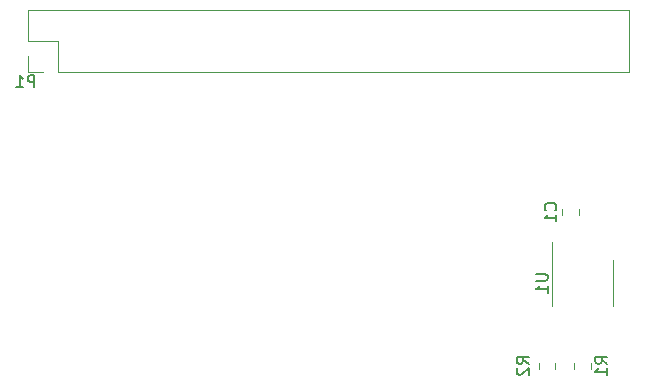
<source format=gbo>
G04 #@! TF.GenerationSoftware,KiCad,Pcbnew,(5.1.5)-3*
G04 #@! TF.CreationDate,2020-05-03T14:34:21+02:00*
G04 #@! TF.ProjectId,base_hat,62617365-5f68-4617-942e-6b696361645f,rev?*
G04 #@! TF.SameCoordinates,Original*
G04 #@! TF.FileFunction,Legend,Bot*
G04 #@! TF.FilePolarity,Positive*
%FSLAX46Y46*%
G04 Gerber Fmt 4.6, Leading zero omitted, Abs format (unit mm)*
G04 Created by KiCad (PCBNEW (5.1.5)-3) date 2020-05-03 14:34:21*
%MOMM*%
%LPD*%
G04 APERTURE LIST*
%ADD10C,0.120000*%
%ADD11C,0.150000*%
G04 APERTURE END LIST*
D10*
X251440000Y-118000000D02*
X251440000Y-114550000D01*
X251440000Y-118000000D02*
X251440000Y-119950000D01*
X256560000Y-118000000D02*
X256560000Y-116050000D01*
X256560000Y-118000000D02*
X256560000Y-119950000D01*
X250290000Y-125321078D02*
X250290000Y-124803922D01*
X251710000Y-125321078D02*
X251710000Y-124803922D01*
X253290000Y-125258578D02*
X253290000Y-124741422D01*
X254710000Y-125258578D02*
X254710000Y-124741422D01*
X253710000Y-111741422D02*
X253710000Y-112258578D01*
X252290000Y-111741422D02*
X252290000Y-112258578D01*
X207040000Y-94900000D02*
X207040000Y-97500000D01*
X207040000Y-94900000D02*
X257960000Y-94900000D01*
X257960000Y-94900000D02*
X257960000Y-100100000D01*
X209640000Y-100100000D02*
X257960000Y-100100000D01*
X209640000Y-97500000D02*
X209640000Y-100100000D01*
X207040000Y-97500000D02*
X209640000Y-97500000D01*
X207040000Y-100100000D02*
X208370000Y-100100000D01*
X207040000Y-98770000D02*
X207040000Y-100100000D01*
D11*
X250052380Y-117238095D02*
X250861904Y-117238095D01*
X250957142Y-117285714D01*
X251004761Y-117333333D01*
X251052380Y-117428571D01*
X251052380Y-117619047D01*
X251004761Y-117714285D01*
X250957142Y-117761904D01*
X250861904Y-117809523D01*
X250052380Y-117809523D01*
X251052380Y-118809523D02*
X251052380Y-118238095D01*
X251052380Y-118523809D02*
X250052380Y-118523809D01*
X250195238Y-118428571D01*
X250290476Y-118333333D01*
X250338095Y-118238095D01*
X249452380Y-124833333D02*
X248976190Y-124500000D01*
X249452380Y-124261904D02*
X248452380Y-124261904D01*
X248452380Y-124642857D01*
X248500000Y-124738095D01*
X248547619Y-124785714D01*
X248642857Y-124833333D01*
X248785714Y-124833333D01*
X248880952Y-124785714D01*
X248928571Y-124738095D01*
X248976190Y-124642857D01*
X248976190Y-124261904D01*
X248547619Y-125214285D02*
X248500000Y-125261904D01*
X248452380Y-125357142D01*
X248452380Y-125595238D01*
X248500000Y-125690476D01*
X248547619Y-125738095D01*
X248642857Y-125785714D01*
X248738095Y-125785714D01*
X248880952Y-125738095D01*
X249452380Y-125166666D01*
X249452380Y-125785714D01*
X256102380Y-124833333D02*
X255626190Y-124500000D01*
X256102380Y-124261904D02*
X255102380Y-124261904D01*
X255102380Y-124642857D01*
X255150000Y-124738095D01*
X255197619Y-124785714D01*
X255292857Y-124833333D01*
X255435714Y-124833333D01*
X255530952Y-124785714D01*
X255578571Y-124738095D01*
X255626190Y-124642857D01*
X255626190Y-124261904D01*
X256102380Y-125785714D02*
X256102380Y-125214285D01*
X256102380Y-125500000D02*
X255102380Y-125500000D01*
X255245238Y-125404761D01*
X255340476Y-125309523D01*
X255388095Y-125214285D01*
X251707142Y-111833333D02*
X251754761Y-111785714D01*
X251802380Y-111642857D01*
X251802380Y-111547619D01*
X251754761Y-111404761D01*
X251659523Y-111309523D01*
X251564285Y-111261904D01*
X251373809Y-111214285D01*
X251230952Y-111214285D01*
X251040476Y-111261904D01*
X250945238Y-111309523D01*
X250850000Y-111404761D01*
X250802380Y-111547619D01*
X250802380Y-111642857D01*
X250850000Y-111785714D01*
X250897619Y-111833333D01*
X251802380Y-112785714D02*
X251802380Y-112214285D01*
X251802380Y-112500000D02*
X250802380Y-112500000D01*
X250945238Y-112404761D01*
X251040476Y-112309523D01*
X251088095Y-112214285D01*
X207596095Y-101430380D02*
X207596095Y-100430380D01*
X207215142Y-100430380D01*
X207119904Y-100478000D01*
X207072285Y-100525619D01*
X207024666Y-100620857D01*
X207024666Y-100763714D01*
X207072285Y-100858952D01*
X207119904Y-100906571D01*
X207215142Y-100954190D01*
X207596095Y-100954190D01*
X206072285Y-101430380D02*
X206643714Y-101430380D01*
X206358000Y-101430380D02*
X206358000Y-100430380D01*
X206453238Y-100573238D01*
X206548476Y-100668476D01*
X206643714Y-100716095D01*
M02*

</source>
